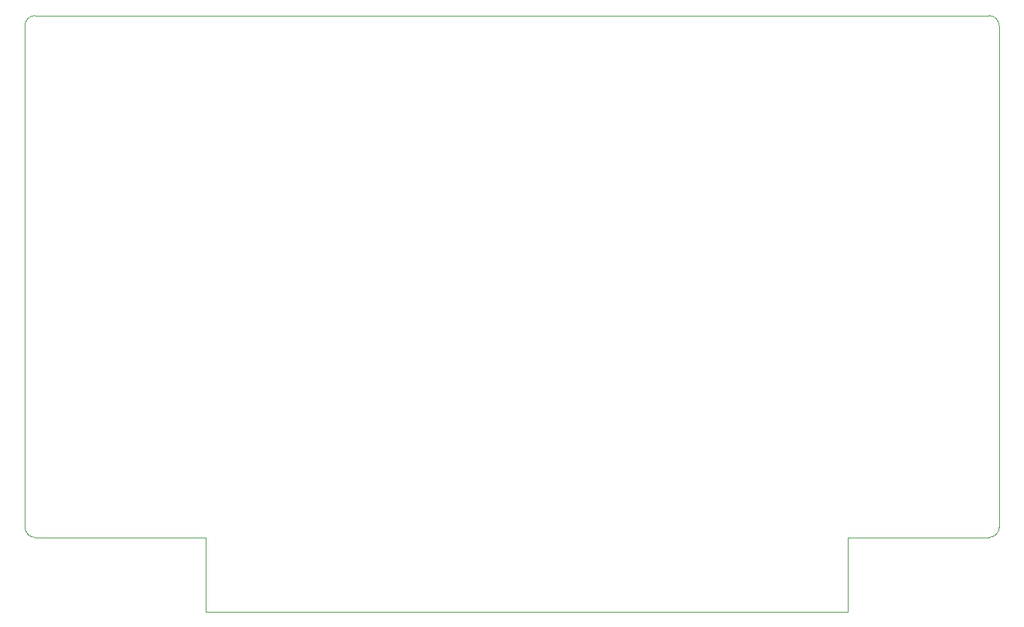
<source format=gbr>
%TF.GenerationSoftware,KiCad,Pcbnew,7.0.9*%
%TF.CreationDate,2023-12-21T22:12:41+08:00*%
%TF.ProjectId,ArduinoMultiInterface,41726475-696e-46f4-9d75-6c7469496e74,rev?*%
%TF.SameCoordinates,Original*%
%TF.FileFunction,Profile,NP*%
%FSLAX46Y46*%
G04 Gerber Fmt 4.6, Leading zero omitted, Abs format (unit mm)*
G04 Created by KiCad (PCBNEW 7.0.9) date 2023-12-21 22:12:41*
%MOMM*%
%LPD*%
G01*
G04 APERTURE LIST*
%TA.AperFunction,Profile*%
%ADD10C,0.100000*%
%TD*%
%TA.AperFunction,Profile*%
%ADD11C,0.120000*%
%TD*%
G04 APERTURE END LIST*
D10*
X89662000Y-138430000D02*
X89662000Y-76708000D01*
X208280000Y-139700000D02*
G75*
G03*
X209550000Y-138430000I0J1270000D01*
G01*
X209550000Y-138430000D02*
X209550000Y-76708000D01*
X191439800Y-139700000D02*
X208280000Y-139700000D01*
X209549999Y-76708000D02*
G75*
G03*
X208280000Y-75438001I-1269999J0D01*
G01*
X89662000Y-138430000D02*
G75*
G03*
X90932000Y-139700000I1270000J0D01*
G01*
X208280000Y-75438001D02*
X90932000Y-75438000D01*
X90932000Y-75438000D02*
G75*
G03*
X89662000Y-76708000I0J-1270000D01*
G01*
X111429800Y-139700000D02*
X90932000Y-139700000D01*
D11*
%TO.C,J1*%
X111429800Y-139700000D02*
X111937800Y-139700000D01*
X111937800Y-139700000D02*
X111937800Y-148844000D01*
X190931800Y-139700000D02*
X191439800Y-139700000D01*
X190931800Y-148844000D02*
X111937800Y-148844000D01*
X190931800Y-148844000D02*
X190931800Y-139700000D01*
%TD*%
M02*

</source>
